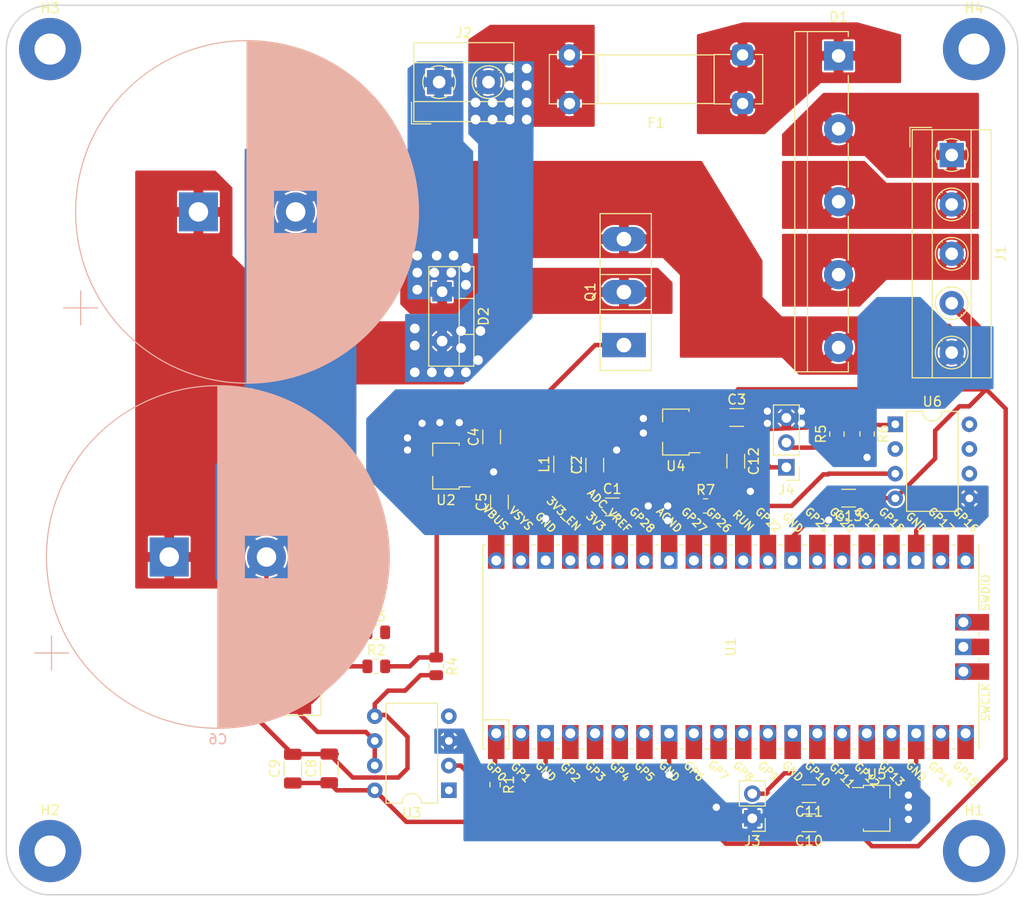
<source format=kicad_pcb>
(kicad_pcb (version 20211014) (generator pcbnew)
  (layers (0 "F.Cu" signal) (31 "B.Cu" signal) (34 "B.Paste" user) (35 "F.Paste" user) (36 "B.SilkS" user "B.Silkscreen") (37 "F.SilkS" user "F.Silkscreen") (38 "B.Mask" user) (39 "F.Mask" user) (44 "Edge.Cuts" user))
  (net 0 "")
  (net 1 "VCC")
  (net 2 "GND")
  (net 3 "+5V")
  (net 17 "PWM")
  (net 26 "A+")
  (net 34 "REC_-")
  (net 35 "Net-(D1-Pad1)")
  (net 36 "AC_c")
  (net 37 "AC_b")
  (net 38 "AC_a")
  (net 39 "Net-(D3-Pad1)")
  (net 40 "Net-(D3-Pad2)")
  (net 41 "A-")
  (net 42 "GATE")
  (net 43 "+3.3VA")
  (net 45 "+12V")
  (net 47 "+3.3V")
  (net 48 "CSENSE")
  (net 49 "Net-(R1-Pad2)")
  (net 50 "Net-(R5-Pad2)")
  (net 51 "Net-(U1-Pad31)")
  (net 52 "C_ADC")
  (footprint "Package_TO_SOT_SMD:SOT-89-3" (layer "F.Cu") (at 207.1875 115.6)
    (fp_text reference "U5")
    (fp_text value "L78L12_SOT89")
  )
  (footprint "MountingHole:MountingHole_3.2mm_M3_Pad" (layer "F.Cu") (at 217.5 37.5)
    (fp_text reference "H4")
    (fp_text value "MountingHole")
  )
  (footprint "Package_TO_SOT_SMD:SOT-89-3" (layer "F.Cu") (at 163.5 80.4 180)
    (fp_text reference "U2")
    (fp_text value "L78L33_SOT89")
  )
  (footprint "Package_TO_SOT_THT:TO-247-3_Vertical" (layer "F.Cu") (at 181.5 67.95 90)
    (fp_text reference "Q1")
    (fp_text value "IRG4PF50W")
  )
  (footprint "Capacitor_SMD:C_1206_3216Metric" (layer "F.Cu") (at 147.45 111.525 90)
    (fp_text reference "C9")
    (fp_text value "0.1uF")
  )
  (footprint "MountingHole:MountingHole_3.2mm_M3_Pad" (layer "F.Cu") (at 217.5 120)
    (fp_text reference "H1")
    (fp_text value "MountingHole")
  )
  (footprint "Capacitor_SMD:C_1206_3216Metric" (layer "F.Cu") (at 200.525 117.1 180)
    (fp_text reference "C10")
    (fp_text value "0.33uF")
  )
  (footprint "Resistor_SMD:R_0805_2012Metric" (layer "F.Cu") (at 162.2 101 -90)
    (fp_text reference "R4")
    (fp_text value "22R")
  )
  (footprint "Capacitor_SMD:C_1206_3216Metric" (layer "F.Cu") (at 151.2 111.5 90)
    (fp_text reference "C8")
    (fp_text value "0.01uF")
  )
  (footprint "Resistor_SMD:R_0603_1608Metric" (layer "F.Cu") (at 168.25 113.175 -90)
    (fp_text reference "R1")
    (fp_text value "220")
  )
  (footprint "Capacitor_SMD:C_1206_3216Metric" (layer "F.Cu") (at 168.7 84.1 90)
    (fp_text reference "C5")
    (fp_text value "0.1uF")
  )
  (footprint "MountingHole:MountingHole_3.2mm_M3_Pad" (layer "F.Cu") (at 122.5 120)
    (fp_text reference "H2")
    (fp_text value "MountingHole")
  )
  (footprint "Capacitor_SMD:C_1206_3216Metric" (layer "F.Cu") (at 193.1 75.4)
    (fp_text reference "C3")
    (fp_text value "0.33uF")
  )
  (footprint "Connector_PinHeader_2.54mm:PinHeader_1x03_P2.54mm_Vertical" (layer "F.Cu") (at 198.2 80.525 180)
    (fp_text reference "J4")
    (fp_text value "Conn_01x03_Female")
  )
  (footprint "TerminalBlock_MetzConnect:TerminalBlock_MetzConnect_Type101_RT01605HBWC_1x05_P5.08mm_Horizontal" (layer "F.Cu") (at 215.2 48.4 -90)
    (fp_text reference "J1")
    (fp_text value "Screw_Terminal_01x05")
  )
  (footprint "Package_DIP:DIP-8_W7.62mm" (layer "F.Cu") (at 163.5 113.75 180)
    (fp_text reference "U3")
    (fp_text value "HCPL-3120")
  )
  (footprint "Fuse:Fuseholder_Clip-5x20mm_Bel_FC-203-22_Lateral_P17.80x5.00mm_D1.17mm_Horizontal" (layer "F.Cu") (at 193.7 43.1 180)
    (fp_text reference "F1")
    (fp_text value "Fuse")
  )
  (footprint "Inductor_SMD:L_1206_3216Metric" (layer "F.Cu") (at 175.2 80.2 90)
    (fp_text reference "L1")
    (fp_text value "27n")
  )
  (footprint "Diode_SMD:D_SMB" (layer "F.Cu") (at 148.2 102.5 90)
    (fp_text reference "D3")
    (fp_text value "1N4148")
  )
  (footprint "Package_TO_SOT_SMD:SOT-89-3" (layer "F.Cu") (at 187.1375 76.9 180)
    (fp_text reference "U4")
    (fp_text value "L78L05_SOT89")
  )
  (footprint "Capacitor_SMD:C_1206_3216Metric" (layer "F.Cu") (at 193 79.9 -90)
    (fp_text reference "C12")
    (fp_text value "0.1uF")
  )
  (footprint "Resistor_SMD:R_0805_2012Metric" (layer "F.Cu") (at 156.0375 97.5)
    (fp_text reference "R3")
    (fp_text value "220R")
  )
  (footprint "Capacitor_SMD:C_1206_3216Metric" (layer "F.Cu") (at 178.5 80.3 90)
    (fp_text reference "C2")
    (fp_text value "0.1uF")
  )
  (footprint "Resistor_SMD:R_0805_2012Metric" (layer "F.Cu") (at 156.0375 101)
    (fp_text reference "R2")
    (fp_text value "220R")
  )
  (footprint "Connector_PinHeader_2.54mm:PinHeader_1x02_P2.54mm_Vertical" (layer "F.Cu") (at 194.7 116.64 180)
    (fp_text reference "J3")
    (fp_text value "Conn_01x02_Female")
  )
  (footprint "Capacitor_SMD:C_1206_3216Metric" (layer "F.Cu") (at 200.525 114.1 180)
    (fp_text reference "C11")
    (fp_text value "0.1uF")
  )
  (footprint "Resistor_SMD:R_0805_2012Metric" (layer "F.Cu") (at 206.5 77.0875 -90)
    (fp_text reference "R6")
    (fp_text value "39kR")
  )
  (footprint "Capacitor_SMD:C_1206_3216Metric" (layer "F.Cu") (at 167.9 77.4 90)
    (fp_text reference "C4")
    (fp_text value "0.33uF")
  )
  (footprint "MCU_RaspberryPi_and_Boards:RPi_Pico_SMD_TH" (layer "F.Cu") (at 192.5 99 90)
    (fp_text reference "U1")
    (fp_text value "Pico")
  )
  (footprint "Package_TO_SOT_THT:TO-220-2_Vertical" (layer "F.Cu") (at 162.805 62.46 -90)
    (fp_text reference "D2")
    (fp_text value "DIODE")
  )
  (footprint "Resistor_SMD:R_0805_2012Metric" (layer "F.Cu") (at 203.4 77.1 90)
    (fp_text reference "R5")
    (fp_text value "22kR")
  )
  (footprint "Package_DIP:DIP-8_W7.62mm" (layer "F.Cu") (at 209.4 76.1)
    (fp_text reference "U6")
    (fp_text value "LM358")
  )
  (footprint "Diode_THT:Diode_Bridge_IXYS_GUFP" (layer "F.Cu") (at 203.57 38.2)
    (fp_text reference "D1")
    (fp_text value "GUO40-12NO1")
  )
  (footprint "Capacitor_SMD:C_1206_3216Metric" (layer "F.Cu") (at 204.6 83.7 180)
    (fp_text reference "C13")
    (fp_text value "0.01uF")
  )
  (footprint "Capacitor_SMD:C_1206_3216Metric" (layer "F.Cu") (at 180.3 84.6)
    (fp_text reference "C1")
    (fp_text value "1uF")
  )
  (footprint "TerminalBlock_MetzConnect:TerminalBlock_MetzConnect_Type101_RT01602HBWC_1x02_P5.08mm_Horizontal" (layer "F.Cu") (at 162.5 40.9)
    (fp_text reference "J2")
    (fp_text value "Screw_Terminal_01x02")
  )
  (footprint "Resistor_SMD:R_0805_2012Metric" (layer "F.Cu") (at 189.9 84.5)
    (fp_text reference "R7")
    (fp_text value "440")
  )
  (footprint "MountingHole:MountingHole_3.2mm_M3_Pad" (layer "F.Cu") (at 122.5 37.5)
    (fp_text reference "H3")
    (fp_text value "MountingHole")
  )
  (footprint "Capacitor_THT:CP_Radial_D35.0mm_P10.00mm_SnapIn" (layer "B.Cu") (at 134.75 89.75)
    (fp_text reference "C6")
    (fp_text value "470u")
  )
  (footprint "Capacitor_THT:CP_Radial_D35.0mm_P10.00mm_SnapIn" (layer "B.Cu") (at 137.75 54.25)
    (fp_text reference "C7")
    (fp_text value "470u")
  )
  (gr_poly (pts (arc (start 122.5 33) (mid 119.318019 34.318019) (end 118 37.5)) (arc (start 118 120) (mid 119.318019 123.181981) (end 122.5 124.5)) (arc (start 217.5 124.5) (mid 220.681981 123.181981) (end 222 120)) (arc (start 222 37.5) (mid 220.681981 34.318019) (end 217.5 33))) (layer "Edge.Cuts") (width 0.15) (fill none))
  (segment (start 205.5375 117.1) (end 205.5375 118.0375) (width 0.46) (layer "F.Cu") (net 1))
  (segment (start 193 72.75) (end 193.25 72.5) (width 0.46) (layer "F.Cu") (net 1))
  (segment (start 216 74.25) (end 213.5 76.75) (width 0.46) (layer "F.Cu") (net 1))
  (segment (start 167.9 78.875) (end 169.375 78.875) (width 0.46) (layer "F.Cu") (net 1))
  (segment (start 191.625 75.4) (end 193 74.025) (width 0.46) (layer "F.Cu") (net 1))
  (segment (start 180 72.75) (end 186.5 72.75) (width 0.46) (layer "F.Cu") (net 1))
  (segment (start 165.15 78.9) (end 167.875 78.9) (width 0.46) (layer "F.Cu") (net 1))
  (segment (start 206.075 83.7) (end 209.38 83.7) (width 0.46) (layer "F.Cu") (net 1))
  (segment (start 155.88 113.75) (end 159.13 117) (width 0.46) (layer "F.Cu") (net 1))
  (segment (start 213.5 79.62) (end 209.4 83.72) (width 0.46) (layer "F.Cu") (net 1))
  (segment (start 220.75 74.5) (end 218.75 72.5) (width 0.46) (layer "F.Cu") (net 1))
  (segment (start 176.25 76.5) (end 180 72.75) (width 0.46) (layer "F.Cu") (net 1))
  (segment (start 209.38 83.7) (end 209.4 83.72) (width 0.46) (layer "F.Cu") (net 1))
  (segment (start 217 74.25) (end 216 74.25) (width 0.46) (layer "F.Cu") (net 1))
  (segment (start 192 119.25) (end 201.25 119.25) (width 0.46) (layer "F.Cu") (net 1))
  (segment (start 211.75 119.5) (end 220.75 110.5) (width 0.46) (layer "F.Cu") (net 1))
  (segment (start 218.75 72.5) (end 217 74.25) (width 0.46) (layer "F.Cu") (net 1))
  (segment (start 186.5 72.75) (end 188.7875 75.0375) (width 0.46) (layer "F.Cu") (net 1))
  (segment (start 169.375 78.875) (end 171.5 76.75) (width 0.46) (layer "F.Cu") (net 1))
  (segment (start 218.5 66.94) (end 218.5 72.25) (width 1) (layer "F.Cu") (net 1))
  (segment (start 171.5 76.75) (end 176.25 76.75) (width 0.46) (layer "F.Cu") (net 1))
  (segment (start 155.88 113.75) (end 151.975 113.75) (width 0.46) (layer "F.Cu") (net 1))
  (segment (start 202 118.5) (end 202 117.1) (width 0.46) (layer "F.Cu") (net 1))
  (segment (start 193 74.025) (end 193 72.75) (width 0.46) (layer "F.Cu") (net 1))
  (segment (start 201.25 119.25) (end 202 118.5) (width 0.46) (layer "F.Cu") (net 1))
  (segment (start 205.5375 118.0375) (end 207 119.5) (width 0.46) (layer "F.Cu") (net 1))
  (segment (start 189.75 117) (end 192 119.25) (width 0.46) (layer "F.Cu") (net 1))
  (segment (start 207 119.5) (end 211.75 119.5) (width 0.46) (layer "F.Cu") (net 1))
  (segment (start 220.75 110.5) (end 220.75 74.5) (width 0.46) (layer "F.Cu") (net 1))
  (segment (start 193.25 72.5) (end 218.75 72.5) (width 0.46) (layer "F.Cu") (net 1))
  (segment (start 151.175 113) (end 151.2 112.975) (width 0.46) (layer "F.Cu") (net 1))
  (segment (start 159.13 117) (end 189.75 117) (width 0.46) (layer "F.Cu") (net 1))
  (segment (start 188.7875 75.4) (end 191.625 75.4) (width 0.46) (layer "F.Cu") (net 1))
  (segment (start 202 117.1) (end 205.5375 117.1) (width 0.46) (layer "F.Cu") (net 1))
  (segment (start 151.975 113.75) (end 151.2 112.975) (width 0.46) (layer "F.Cu") (net 1))
  (segment (start 167.875 78.9) (end 167.9 78.875) (width 0.46) (layer "F.Cu") (net 1))
  (segment (start 215.2 63.64) (end 218.5 66.94) (width 1) (layer "F.Cu") (net 1))
  (segment (start 188.7875 75.0375) (end 188.7875 75.4) (width 0.46) (layer "F.Cu") (net 1))
  (segment (start 147.45 113) (end 151.175 113) (width 0.46) (layer "F.Cu") (net 1))
  (segment (start 176.25 76.75) (end 176.25 76.5) (width 0.46) (layer "F.Cu") (net 1))
  (segment (start 213.5 76.75) (end 213.5 79.62) (width 0.46) (layer "F.Cu") (net 1))
  (segment (start 216 86.25) (end 217.02 85.23) (width 0.46) (layer "F.Cu") (net 2))
  (segment (start 203.25 83.825) (end 203.125 83.7) (width 0.46) (layer "F.Cu") (net 2))
  (segment (start 192 115.75) (end 191.75 115.5) (width 0.46) (layer "F.Cu") (net 2))
  (segment (start 186.15 107.89) (end 186.15 112.15) (width 0.46) (layer "F.Cu") (net 2))
  (segment (start 181.775 84.6) (end 183.9 84.6) (width 0.46) (layer "F.Cu") (net 2))
  (segment (start 202.25 86.25) (end 202.25 86) (width 0.46) (layer "F.Cu") (net 2))
  (segment (start 173.45 112.2) (end 173.5 112.25) (width 0.46) (layer "F.Cu") (net 2))
  (segment (start 192.75 116.75) (end 192 116) (width 0.46) (layer "F.Cu") (net 2))
  (segment (start 167.9 75.925) (end 164.575 75.925) (width 0.46) (layer "F.Cu") (net 2))
  (segment (start 162.575 75.925) (end 160.825 75.925) (width 0.46) (layer "F.Cu") (net 2))
  (segment (start 159.25 77.5) (end 159.25 78.75) (width 0.46) (layer "F.Cu") (net 2))
  (segment (start 202.25 86.25) (end 202.55 85.95) (width 0.46) (layer "F.Cu") (net 2))
  (segment (start 192 116) (end 192 115.75) (width 0.46) (layer "F.Cu") (net 2))
  (segment (start 206.5 78) (end 206.5 79.5) (width 0.46) (layer "F.Cu") (net 2))
  (segment (start 173.45 107.89) (end 173.45 112.2) (width 0.46) (layer "F.Cu") (net 2))
  (segment (start 168.8 82.525) (end 168.7 82.625) (width 0.46) (layer "F.Cu") (net 2))
  (segment (start 198.85 87.65) (end 198.85 90.11) (width 0.46) (layer "F.Cu") (net 2))
  (segment (start 168.1 81) (end 168.6 81.5) (width 0.46) (layer "F.Cu") (net 2))
  (segment (start 212.35 86.25) (end 211.55 87.05) (width 0.46) (layer "F.Cu") (net 2))
  (segment (start 193 81.375) (end 193 82.5) (width 0.46) (layer "F.Cu") (net 2))
  (segment (start 165.0625 80.4) (end 167.5 80.4) (width 0.46) (layer "F.Cu") (net 2))
  (segment (start 200.75 86.25) (end 200.25 86.25) (width 0.46) (layer "F.Cu") (net 2))
  (segment (start 173.45 85.8) (end 173.45 85.55) (width 0.46) (layer "F.Cu") (net 2))
  (segment (start 186 84.5) (end 184 84.5) (width 0.46) (layer "F.Cu") (net 2))
  (segment (start 211.55 87.05) (end 211.55 90.11) (width 0.46) (layer "F.Cu") (net 2))
  (segment (start 213 86.25) (end 212.35 86.25) (width 0.46) (layer "F.Cu") (net 2))
  (segment (start 214.25 86.25) (end 213 86.25) (width 0.46) (layer "F.Cu") (net 2))
  (segment (start 173.45 90.11) (end 173.45 85.8) (width 0.46) (layer "F.Cu") (net 2))
  (segment (start 160.825 75.925) (end 160.75 76) (width 0.46) (layer "F.Cu") (net 2))
  (segment (start 211.55 111.95) (end 209.75 113.75) (width 0.46) (layer "F.Cu") (net 2))
  (segment (start 194.7 116.64) (end 192.86 116.64) (width 0.46) (layer "F.Cu") (net 2))
  (segment (start 167.5 80.4) (end 168.1 81) (width 0.46) (layer "F.Cu") (net 2))
  (segment (start 186 84.5) (end 186 86) (width 0.46) (layer "F.Cu") (net 2))
  (segment (start 173.45 85.55) (end 173.5 85.5) (width 0.46) (layer "F.Cu") (net 2))
  (segment (start 168.8 81.5) (end 168.8 82.525) (width 0.46) (layer "F.Cu") (net 2))
  (segment (start 193 82.5) (end 193.5 83) (width 0.46) (layer "F.Cu") (net 2))
  (segment (start 168.6 81.5) (end 168.8 81.5) (width 0.46) (layer "F.Cu") (net 2))
  (segment (start 193.5 83) (end 194.5 83) (width 0.46) (layer "F.Cu") (net 2))
  (segment (start 203.25 85.25) (end 203.25 83.825) (width 0.46) (layer "F.Cu") (net 2))
  (segment (start 180.675 78.825) (end 180.75 78.75) (width 0.46) (layer "F.Cu") (net 2))
  (segment (start 159.25 78.75) (end 159.25 79) (width 0.46) (layer "F.Cu") (net 2))
  (segment (start 191.75 115.5) (end 191 115.5) (width 0.46) (layer "F.Cu") (net 2))
  (segment (start 217.02 85.23) (end 217.02 83.72) (width 0.46) (layer "F.Cu") (net 2))
  (segment (start 160.65 80.4) (end 165.0625 80.4) (width 0.46) (layer "F.Cu") (net 2))
  (segment (start 186 86) (end 186 89.96) (width 0.46) (layer "F.Cu") (net 2))
  (segment (start 164.575 75.925) (end 162.575 75.925) (width 0.46) (layer "F.Cu") (net 2))
  (segment (start 186 89.96) (end 186.15 90.11) (width 0.46) (layer "F.Cu") (net 2))
  (segment (start 160.75 76) (end 159.25 77.5) (width 0.46) (layer "F.Cu") (net 2))
  (segment (start 186.15 112.15) (end 186.25 112.25) (width 0.46) (layer "F.Cu") (net 2))
  (segment (start 183.9 84.6) (end 184 84.5) (width 0.46) (layer "F.Cu") (net 2))
  (segment (start 214.25 86.25) (end 216 86.25) (width 0.46) (layer "F.Cu") (net 2))
  (segment (start 211.55 107.89) (end 211.55 111.95) (width 0.46) (layer "F.Cu") (net 2))
  (segment (start 200.25 86.25) (end 198.85 87.65) (width 0.46) (layer "F.Cu") (net 2))
  (segment (start 202.55 85.95) (end 203.25 85.25) (width 0.46) (layer "F.Cu") (net 2))
  (segment (start 159.25 79) (end 160.65 80.4) (width 0.46) (layer "F.Cu") (net 2))
  (segment (start 192.86 116.64) (end 192.75 116.75) (width 0.46) (layer "F.Cu") (net 2))
  (segment (start 200.75 86.25) (end 202.25 86.25) (width 0.46) (layer "F.Cu") (net 2))
  (segment (start 178.5 78.825) (end 180.675 78.825) (width 0.46) (layer "F.Cu") (net 2))
  (via (at 206.5 79.5) (size 1) (drill 0.75) (layers "F.Cu" "B.Cu") (net 2))
  (via (at 159.25 77.5) (size 1) (drill 0.75) (layers "F.Cu" "B.Cu") (net 2))
  (via (at 180.75 78.75) (size 1) (drill 0.75) (layers "F.Cu" "B.Cu") (net 2))
  (via (at 162.575 75.925) (size 1) (drill 0.75) (layers "F.Cu" "B.Cu") (net 2))
  (via (at 196.25 74.75) (size 1) (drill 0.75) (layers "F.Cu" "B.Cu") (net 2))
  (via (at 186.15 112.15) (size 1) (drill 0.75) (layers "F.Cu" "B.Cu") (net 2))
  (via (at 199.75 76) (size 1) (drill 0.75) (layers "F.Cu" "B.Cu") (net 2))
  (via (at 210.75 116.75) (size 1) (drill 0.75) (layers "F.Cu" "B.Cu") (net 2))
  (via (at 191 115.5) (size 1) (drill 0.75) (layers "F.Cu" "B.Cu") (net 2))
  (via (at 199.75 74.75) (size 1) (drill 0.75) (layers "F.Cu" "B.Cu") (net 2))
  (via (at 194.5 83) (size 1) (drill 0.75) (layers "F.Cu" "B.Cu") (net 2))
  (via (at 184 84.5) (size 1) (drill 0.75) (layers "F.Cu" "B.Cu") (net 2))
  (via (at 160.75 76) (size 1) (drill 0.75) (layers "F.Cu" "B.Cu") (net 2))
  (via (at 173.45 112.2) (size 1) (drill 0.75) (layers "F.Cu" "B.Cu") (net 2))
  (via (at 202.55 85.95) (size 1) (drill 0.75) (layers "F.Cu" "B.Cu") (net 2))
  (via (at 183.5 77) (size 1) (drill 0.75) (layers "F.Cu" "B.Cu") (net 2))
  (via (at 210.75 115.5) (size 1) (drill 0.75) (layers "F.Cu" "B.Cu") (net 2))
  (via (at 196.25 76) (size 1) (drill 0.75) (layers "F.Cu" "B.Cu") (net 2))
  (via (at 164.575 75.925) (size 1) (drill 0.75) (layers "F.Cu" "B.Cu") (net 2))
  (via (at 183.5 75.5) (size 1) (drill 0.75) (layers "F.Cu" "B.Cu") (net 2))
  (via (at 173.45 85.8) (size 1) (drill 0.75) (layers "F.Cu" "B.Cu") (net 2))
  (via (at 186 84.5) (size 1) (drill 0.75) (layers "F.Cu" "B.Cu") (net 2))
  (via (at 186 86) (size 1) (drill 0.75) (layers "F.Cu" "B.Cu") (net 2))
  (via (at 159.25 78.75) (size 1) (drill 0.75) (layers "F.Cu" "B.Cu") (net 2))
  (via (at 210.75 114.25) (size 1) (drill 0.75) (layers "F.Cu" "B.Cu") (net 2))
  (via (at 168.1 81) (size 1) (drill 0.75) (layers "F.Cu" "B.Cu") (net 2))
  (segment (start 194.425 78.425) (end 196.525 80.525) (width 0.46) (layer "F.Cu") (net 3))
  (segment (start 193 78.425) (end 194.425 78.425) (width 0.46) (layer "F.Cu") (net 3))
  (segment (start 196.525 80.525) (end 198.2 80.525) (width 0.46) (layer "F.Cu") (net 3))
  (segment (start 188.7875 78.4) (end 192.975 78.4) (width 0.46) (layer "F.Cu") (net 3))
  (segment (start 192.975 78.4) (end 193 78.425) (width 0.46) (layer "F.Cu") (net 3))
  (segment (start 168.25 108.01) (end 168.37 107.89) (width 0.46) (layer "F.Cu") (net 17))
  (segment (start 168.25 112.35) (end 168.25 108.01) (width 0.46) (layer "F.Cu") (net 17))
  (via (at 171.5 39.5) (size 1.5) (drill 1) (layers "F.Cu" "B.Cu") (net 26))
  (via (at 165.25 70.75) (size 1.5) (drill 1) (layers "F.Cu" "B.Cu") (net 26))
  (via (at 169.75 39.5) (size 1.5) (drill 1) (layers "F.Cu" "B.Cu") (net 26))
  (via (at 169.75 41.25) (size 1.5) (drill 1) (layers "F.Cu" "B.Cu") (net 26))
  (via (at 171.5 44.75) (size 1.5) (drill 1) (layers "F.Cu" "B.Cu") (net 26))
  (via (at 171.5 41.25) (size 1.5) (drill 1) (layers "F.Cu" "B.Cu") (net 26))
  (via (at 164.75 68.25) (size 1.5) (drill 1) (layers "F.Cu" "B.Cu") (net 26))
  (via (at 169.75 44.75) (size 1.5) (drill 1) (layers "F.Cu" "B.Cu") (net 26))
  (via (at 171.5 43) (size 1.5) (drill 1) (layers "F.Cu" "B.Cu") (net 26))
  (via (at 160 68) (size 1.5) (drill 1) (layers "F.Cu" "B.Cu") (net 26))
  (via (at 166.25 43) (size 1.5) (drill 1) (layers "F.Cu" "B.Cu") (net 26))
  (via (at 160 66.25) (size 1.5) (drill 1) (layers "F.Cu" "B.Cu") (net 26))
  (via (at 166.75 66.5) (size 1.5) (drill 1) (layers "F.Cu" "B.Cu") (net 26))
  (via (at 160 70.75) (size 1.5) (drill 1) (layers "F.Cu" "B.Cu") (net 26))
  (via (at 169.75 43) (size 1.5) (drill 1) (layers "F.Cu" "B.Cu") (net 26))
  (via (at 168 44.75) (size 1.5) (drill 1) (layers "F.Cu" "B.Cu") (net 26))
  (via (at 161.75 70.75) (size 1.5) (drill 1) (layers "F.Cu" "B.Cu") (net 26))
  (via (at 164.75 66.5) (size 1.5) (drill 1) (layers "F.Cu" "B.Cu") (net 26))
  (via (at 166.5 69.5) (size 1.5) (drill 1) (layers "F.Cu" "B.Cu") (net 26))
  (via (at 168 43) (size 1.5) (drill 1) (layers "F.Cu" "B.Cu") (net 26))
  (via (at 166.25 44.75) (size 1.5) (drill 1) (layers "F.Cu" "B.Cu") (net 26))
  (via (at 163.5 70.75) (size 1.5) (drill 1) (layers "F.Cu" "B.Cu") (net 26))
  (segment (start 156.01 106) (end 155.88 106.13) (width 0.46) (layer "F.Cu") (net 34))
  (segment (start 160.5875 101.9125) (end 159 103.5) (width 0.46) (layer "F.Cu") (net 34))
  (segment (start 159.25 111.5) (end 159.25 108.25) (width 0.46) (layer "F.Cu") (net 34))
  (segment (start 159.25 108.25) (end 157 106) (width 0.46) (layer "F.Cu") (net 34))
  (segment (start 151.2 110.025) (end 147.475 110.025) (width 0.46) (layer "F.Cu") (net 34))
  (segment (start 157 106) (end 156.01 106) (width 0.46) (layer "F.Cu") (net 34))
  (segment (start 151.2 110.025) (end 151.975 110.025) (width 0.46) (layer "F.Cu") (net 34))
  (segment (start 159 103.5) (end 157.25 103.5) (width 0.46) (layer "F.Cu") (net 34))
  (segment (start 147.475 110.025) (end 147.45 110.05) (width 0.46) (layer "F.Cu") (net 34))
  (segment (start 144.75 102.5) (end 144.75 89.75) (width 0.46) (layer "F.Cu") (net 34))
  (segment (start 158.31 112.44) (end 159.25 111.5) (width 0.46) (layer "F.Cu") (net 34))
  (segment (start 153.615 112.44) (end 158.31 112.44) (width 0.46) (layer "F.Cu") (net 34))
  (segment (start 143.25 104) (end 144.75 102.5) (width 0.46) (layer "F.Cu") (net 34))
  (segment (start 157.25 103.5) (end 155.88 104.87) (width 0.46) (layer "F.Cu") (net 34))
  (segment (start 151.2 110.025) (end 153.615 112.44) (width 0.46) (layer "F.Cu") (net 34))
  (segment (start 162.2 101.9125) (end 160.5875 101.9125) (width 0.46) (layer "F.Cu") (net 34))
  (segment (start 147.45 110.05) (end 143.25 105.85) (width 0.46) (layer "F.Cu") (net 34))
  (segment (start 155.88 104.87) (end 155.88 106.13) (width 0.46) (layer "F.Cu") (net 34))
  (segment (start 143.25 105.85) (end 143.25 104) (width 0.46) (layer "F.Cu") (net 34))
  (segment (start 148.2 105.95) (end 150 107.75) (width 0.46) (layer "F.Cu") (net 39))
  (segment (start 154.96 107.75) (end 155.88 108.67) (width 0.46) (layer "F.Cu") (net 39))
  (segment (start 150 107.75) (end 154.96 107.75) (width 0.46) (layer "F.Cu") (net 39))
  (segment (start 155.88 108.67) (end 155.88 111.21) (width 0.46) (layer "F.Cu") (net 39))
  (segment (start 149.35 104.65) (end 153 101) (width 0.46) (layer "F.Cu") (net 39))
  (segment (start 148.2 104.65) (end 148.2 105.95) (width 0.46) (layer "F.Cu") (net 39))
  (segment (start 148.2 104.65) (end 149.35 104.65) (width 0.46) (layer "F.Cu") (net 39))
  (segment (start 153 101) (end 155.125 101) (width 0.46) (layer "F.Cu") (net 39))
  (segment (start 149.4 100.35) (end 152.25 97.5) (width 0.46) (layer "F.Cu") (net 40))
  (segment (start 152.25 97.5) (end 155.125 97.5) (width 0.46) (layer "F.Cu") (net 40))
  (segment (start 148.2 100.35) (end 149.4 100.35) (width 0.46) (layer "F.Cu") (net 40))
  (via (at 160.25 62.25) (size 1.5) (drill 1) (layers "F.Cu" "B.Cu") (net 41))
  (via (at 163.75 60.5) (size 1.5) (drill 1) (layers "F.Cu" "B.Cu") (net 41))
  (via (at 162 60.5) (size 1.5) (drill 1) (layers "F.Cu" "B.Cu") (net 41))
  (via (at 160.25 60.5) (size 1.5) (drill 1) (layers "F.Cu" "B.Cu") (net 41))
  (via (at 165.25 61.75) (size 1.5) (drill 1) (layers "F.Cu" "B.Cu") (net 41))
  (via (at 162.25 58.75) (size 1.5) (drill 1) (layers "F.Cu" "B.Cu") (net 41))
  (via (at 164 58.75) (size 1.5) (drill 1) (layers "F.Cu" "B.Cu") (net 41))
  (via (at 165.25 60) (size 1.5) (drill 1) (layers "F.Cu" "B.Cu") (net 41))
  (via (at 160.25 58.75) (size 1.5) (drill 1) (layers "F.Cu" "B.Cu") (net 41))
  (segment (start 160.4125 100.0875) (end 162.2 100.0875) (width 0.46) (layer "F.Cu") (net 42))
  (segment (start 156.95 101) (end 159.5 101) (width 0.46) (layer "F.Cu") (net 42))
  (segment (start 162.25 86.75) (end 156.75 81.25) (width 0.46) (layer "F.Cu") (net 42))
  (segment (start 178.55 67.95) (end 181.5 67.95) (width 0.46) (layer "F.Cu") (net 42))
  (segment (start 159.5 101) (end 160.4125 100.0875) (width 0.46) (layer "F.Cu") (net 42))
  (segment (start 162.2 100.0875) (end 162.25 100.0375) (width 0.46) (layer "F.Cu") (net 42))
  (segment (start 159.25 74.75) (end 171.75 74.75) (width 0.46) (layer "F.Cu") (net 42))
  (segment (start 171.75 74.75) (end 178.55 67.95) (width 0.46) (layer "F.Cu") (net 42))
  (segment (start 156.75 81.25) (end 156.75 77.25) (width 0.46) (layer "F.Cu") (net 42))
  (segment (start 156.75 77.25) (end 159.25 74.75) (width 0.46) (layer "F.Cu") (net 42))
  (segment (start 162.25 100.0375) (end 162.25 86.75) (width 0.46) (layer "F.Cu") (net 42))
  (segment (start 175.2 81.775) (end 178.5 81.775) (width 0.46) (layer "F.Cu") (net 43))
  (segment (start 178.825 84.6) (end 178.825 84.825) (width 0.46) (layer "F.Cu") (net 43))
  (segment (start 178.5 81.775) (end 178.5 84.275) (width 0.46) (layer "F.Cu") (net 43))
  (segment (start 181.07 87.07) (end 181.07 90.11) (width 0.46) (layer "F.Cu") (net 43))
  (segment (start 178.825 84.825) (end 181.07 87.07) (width 0.46) (layer "F.Cu") (net 43))
  (segment (start 178.5 84.275) (end 178.825 84.6) (width 0.46) (layer "F.Cu") (net 43))
  (segment (start 198 112) (end 196.25 113.75) (width 0.46) (layer "F.Cu") (net 45))
  (segment (start 196.25 114) (end 196.15 114.1) (width 0.46) (layer "F.Cu") (net 45))
  (segment (start 202 114.1) (end 205.5375 114.1) (width 0.46) (layer "F.Cu") (net 45))
  (segment (start 201 112) (end 198 112) (width 0.46) (layer "F.Cu") (net 45))
  (segment (start 196.15 114.1) (end 194.7 114.1) (width 0.46) (layer "F.Cu") (net 45))
  (segment (start 196.25 113.75) (end 196.25 114) (width 0.46) (layer "F.Cu") (net 45))
  (segment (start 202 113) (end 201 112) (width 0.46) (layer "F.Cu") (net 45))
  (segment (start 202 114.1) (end 202 113) (width 0.46) (layer "F.Cu") (net 45))
  (segment (start 175.2 78.625) (end 172.625 78.625) (width 0.46) (layer "F.Cu") (net 47))
  (segment (start 167.075 85.575) (end 168.7 85.575) (width 0.46) (layer "F.Cu") (net 47))
  (segment (start 170.91 87.785) (end 170.91 90.11) (width 0.46) (layer "F.Cu") (net 47))
  (segment (start 170.75 80.5) (end 170.75 83.525) (width 0.46) (layer "F.Cu") (net 47))
  (segment (start 172.625 78.625) (end 170.75 80.5) (width 0.46) (layer "F.Cu") (net 47))
  (segment (start 166.75 85.25) (end 167.075 85.575) (width 0.46) (layer "F.Cu") (net 47))
  (segment (start 166.75 84.5) (end 166.75 85.25) (width 0.46) (layer "F.Cu") (net 47))
  (segment (start 165.15 81.9) (end 165.15 82.9) (width 0.46) (layer "F.Cu") (net 47))
  (segment (start 165.15 82.9) (end 166.75 84.5) (width 0.46) (layer "F.Cu") (net 47))
  (segment (start 168.7 85.575) (end 170.91 87.785) (width 0.46) (layer "F.Cu") (net 47))
  (segment (start 170.75 83.525) (end 168.7 85.575) (width 0.46) (layer "F.Cu") (net 47))
  (segment (start 202.9125 78.5) (end 198.715 78.5) (width 0.46) (layer "F.Cu") (net 48))
  (segment (start 198.715 78.5) (end 198.2 77.985) (width 0.46) (layer "F.Cu") (net 48))
  (segment (start 203.4 78.0125) (end 202.9125 78.5) (width 0.46) (layer "F.Cu") (net 48))
  (segment (start 163.5 111.21) (end 164.71 111.21) (width 0.46) (layer "F.Cu") (net 49))
  (segment (start 167.5 114) (end 168.25 114) (width 0.46) (layer "F.Cu") (net 49))
  (segment (start 164.71 111.21) (end 167.5 114) (width 0.46) (layer "F.Cu") (net 49))
  (segment (start 209.325 76.175) (end 209.4 76.1) (width 0.46) (layer "F.Cu") (net 50))
  (segment (start 206.4875 76.1875) (end 206.5 76.175) (width 0.46) (layer "F.Cu") (net 50))
  (segment (start 206.5 76.175) (end 209.325 76.175) (width 0.46) (layer "F.Cu") (net 50))
  (segment (start 203.4 76.1875) (end 206.4875 76.1875) (width 0.46) (layer "F.Cu") (net 50))
  (segment (start 188.9875 85.4875) (end 191.23 87.73) (width 0.46) (layer "F.Cu") (net 51))
  (segment (start 188.9875 84.5) (end 188.9875 85.4875) (width 0.46) (layer "F.Cu") (net 51))
  (segment (start 191.23 87.73) (end 191.23 90.11) (width 0.46) (layer "F.Cu") (net 51))
  (segment (start 202 81.25) (end 202.5 81.25) (width 0.46) (layer "F.Cu") (net 52))
  (segment (start 190.8125 84.5) (end 198.75 84.5) (width 0.46) (layer "F.Cu") (net 52))
  (segment (start 198.75 84.5) (end 202 81.25) (width 0.46) (layer "F.Cu") (net 52))
  (segment (start 202.57 81.18) (end 209.4 81.18) (width 0.46) (layer "F.Cu") (net 52))
  (segment (start 202.5 81.25) (end 202.57 81.18) (width 0.46) (layer "F.Cu") (net 52))
  (zone (net 41) (net_name "A-") (layer "F.Cu") (connect_pads (clearance 0.5)) (min_thickness 0.254) (fill yes (thermal_gap 0.2) (thermal_bridge_width 1))
    (polygon (pts (xy 170 60) (xy 185 60) (xy 186.5 61.5) (xy 186.5 64.75) (xy 159.5 64.75) (xy 158.5 63.75) (xy 158.5 60.5) (xy 160.5 58.5) (xy 168.5 58.5)))
  )
  (zone (net 26) (net_name "A+") (layer "F.Cu") (connect_pads (clearance 0.5)) (min_thickness 0.254) (fill yes (thermal_gap 0.2) (thermal_bridge_width 1))
    (polygon (pts (xy 141.25 51.75) (xy 141.25 58.75) (xy 148 65.5) (xy 167.25 65.5) (xy 167.25 69.75) (xy 165 72) (xy 152.25 72) (xy 141.25 83) (xy 141.25 93) (xy 131.25 93) (xy 131.25 50) (xy 139.5 50)))
  )
  (zone (net 37) (net_name "AC_b") (layer "F.Cu") (connect_pads (clearance 1)) (min_thickness 0.254) (fill yes (thermal_gap 0.2) (thermal_bridge_width 1))
    (polygon (pts (xy 208.5 51.25) (xy 218 51.25) (xy 218 56) (xy 197.75 56) (xy 197.75 49) (xy 206.25 49)))
  )
  (zone (net 38) (net_name "AC_a") (layer "F.Cu") (connect_pads (clearance 1)) (min_thickness 0.254) (fill yes (thermal_gap 0.2) (thermal_bridge_width 1))
    (polygon (pts (xy 218 61.25) (xy 208.5 61.25) (xy 205.75 64) (xy 197.75 64) (xy 197.75 56.5) (xy 218 56.5)))
  )
  (zone (net 35) (net_name "Net-(D1-Pad1)") (layer "F.Cu") (connect_pads (clearance 0.508)) (min_thickness 0.254) (fill yes (thermal_gap 0.2) (thermal_bridge_width 1))
    (polygon (pts (xy 210 36) (xy 210 41) (xy 201.75 41) (xy 196 46.25) (xy 189 46.25) (xy 189 36) (xy 193.75 34.75) (xy 205.5 34.75)))
  )
  (zone (net 2) (net_name "GND") (layer "F.Cu") (priority 2) (connect_pads (clearance 0)) (min_thickness 0.254) (fill yes (thermal_gap 0.2) (thermal_bridge_width 1))
    (polygon (pts (xy 187.5 75) (xy 187.5 75.5) (xy 188 76) (xy 190.5 76) (xy 190.5 77.5) (xy 188.5 77.5) (xy 188 78.5) (xy 183 78.5) (xy 182.5 77.5) (xy 182.5 75.5) (xy 183.5 74.5) (xy 187 74.5)))
  )
  (zone (net 2) (net_name "GND") (layer "F.Cu") (connect_pads (clearance 0.3)) (min_thickness 0.254) (fill yes (thermal_gap 0.2) (thermal_bridge_width 1))
    (polygon (pts (xy 200.5 75.25) (xy 200.5 74) (xy 193.75 74) (xy 193.25 74.5) (xy 193.25 76) (xy 193.996307 76.903995) (xy 200.496307 76.653995)))
  )
  (zone (net 34) (net_name "REC_-") (layer "F.Cu") (connect_pads (clearance 1)) (min_thickness 0.254) (fill yes (thermal_gap 0.2) (thermal_bridge_width 1))
    (polygon (pts (xy 178.25 49) (xy 189.5 49) (xy 195.75 59.25) (xy 195.75 63) (xy 197.75 65) (xy 206 65) (xy 206 71) (xy 199.5 71) (xy 197.75 69.25) (xy 187.25 69.25) (xy 187.25 60.75) (xy 185.5 59) (xy 170.75 59) (xy 168.75 57) (xy 142.5 57) (xy 142.5 49) (xy 174.25 49)))
  )
  (zone (net 36) (net_name "AC_c") (layer "F.Cu") (connect_pads (clearance 0.508)) (min_thickness 0.254) (fill yes (thermal_gap 0.2) (thermal_bridge_width 1))
    (polygon (pts (xy 218 50.75) (xy 208.5 50.75) (xy 206.25 48.5) (xy 197.75 48.5) (xy 197.75 46.25) (xy 202 42) (xy 218 42)))
  )
  (zone (net 26) (net_name "A+") (layer "F.Cu") (connect_pads (clearance 0.508)) (min_thickness 0.254) (fill yes (thermal_gap 0.2) (thermal_bridge_width 1))
    (polygon (pts (xy 178.5 45.5) (xy 165.5 45.5) (xy 165.5 36.5) (xy 167.75 35) (xy 172.5 35) (xy 178.5 35)))
  )
  (zone (net 2) (net_name "GND") (layer "F.Cu") (connect_pads (clearance 0.5)) (min_thickness 0.254) (fill yes (thermal_gap 0.2) (thermal_bridge_width 1))
    (polygon (pts (xy 214 65.75) (xy 215 65.75) (xy 216 66.75) (xy 217 66.75) (xy 217 71.75) (xy 209 71.75) (xy 209 64.5) (xy 212.75 64.5)))
  )
  (zone (net 2) (net_name "GND") (layer "F.Cu") (connect_pads (clearance 0.3)) (min_thickness 0.254) (fill yes (thermal_gap 0.2) (thermal_bridge_width 1))
    (polygon (pts (xy 211.5 117.5) (xy 207.25 117.5) (xy 206.75 116.25) (xy 204.75 116.25) (xy 204.75 115) (xy 206.75 115) (xy 207.25 114.5) (xy 207.25 113.5) (xy 211.5 113.5)))
  )
  (zone (net 34) (net_name "REC_-") (layer "B.Cu") (connect_pads (clearance 1)) (min_thickness 0.254) (fill yes (thermal_gap 0.2) (thermal_bridge_width 1))
    (polygon (pts (xy 154 49.75) (xy 154 89) (xy 148 95) (xy 142.5 95) (xy 139.5 92) (xy 139.5 80.25) (xy 142.5 77) (xy 142.5 70) (xy 142.5 47.75) (xy 152 47.75)))
  )
  (zone (net 2) (net_name "GND") (layer "B.Cu") (priority 2) (connect_pads (clearance 0)) (min_thickness 0.254) (fill yes (thermal_gap 0.2) (thermal_bridge_width 1))
    (polygon (pts (xy 215 66) (xy 219.5 66) (xy 219.5 72.5) (xy 216.5 72.5) (xy 214.5 74.5) (xy 207.5 74.5) (xy 207.5 80.5) (xy 203 80.5) (xy 200.5 78) (xy 200.5 76.5) (xy 192 76.5) (xy 192 74.5) (xy 194 72.5) (xy 205.5 72.5) (xy 205.5 65) (xy 207.5 63) (xy 212 63)))
  )
  (zone (net 2) (net_name "GND") (layer "B.Cu") (priority 2) (connect_pads (clearance 0)) (min_thickness 0.254) (fill yes (thermal_gap 0.2) (thermal_bridge_width 1))
    (polygon (pts (xy 192 115) (xy 196 115) (xy 200 111) (xy 212 111) (xy 212 113.5) (xy 213 114.5) (xy 213 117) (xy 211 119) (xy 165 119) (xy 165 110) (xy 162 110) (xy 162 107.4) (xy 165.037117 107.4) (xy 166.8 111) (xy 188 111)))
  )
  (zone (net 26) (net_name "A+") (layer "B.Cu") (connect_pads (clearance 0.5)) (min_thickness 0.254) (fill yes (thermal_gap 0.2) (thermal_bridge_width 1))
    (polygon (pts (xy 172.105429 65.133863) (xy 165.5 71.75) (xy 161 71.75) (xy 159 71.75) (xy 159 64.75) (xy 164.25 64.75) (xy 166.5 62.5) (xy 166.5 47.25) (xy 165.5 46.25) (xy 165.5 38.75) (xy 172.25 38.75)))
  )
  (zone (net 2) (net_name "GND") (layer "B.Cu") (priority 2) (connect_pads (clearance 0)) (min_thickness 0.254) (fill yes (thermal_gap 0.2) (thermal_bridge_width 1))
    (polygon (pts (xy 219 85.6) (xy 217.9 86.7) (xy 199.2 86.7) (xy 198.3 86.7) (xy 202.4 82.4) (xy 219 82.4)))
  )
  (zone (net 2) (net_name "GND") (layer "B.Cu") (priority 2) (connect_pads (clearance 0)) (min_thickness 0.254) (fill yes (thermal_gap 0.2) (thermal_bridge_width 1))
    (polygon (pts (xy 196.5 87.5) (xy 161 87.5) (xy 155 81.5) (xy 155 75.5) (xy 158 72.5) (xy 196.5 72.5)))
  )
  (zone (net 41) (net_name "A-") (layer "B.Cu") (connect_pads (clearance 0.5)) (min_thickness 0.254) (fill yes (thermal_gap 0.2) (thermal_bridge_width 1))
    (polygon (pts (xy 165 47) (xy 166 48) (xy 166 62.25) (xy 165 63.25) (xy 159.25 63.25) (xy 159.25 39.5) (xy 160.25 38.75) (xy 165 38.75)))
  )
)
</source>
